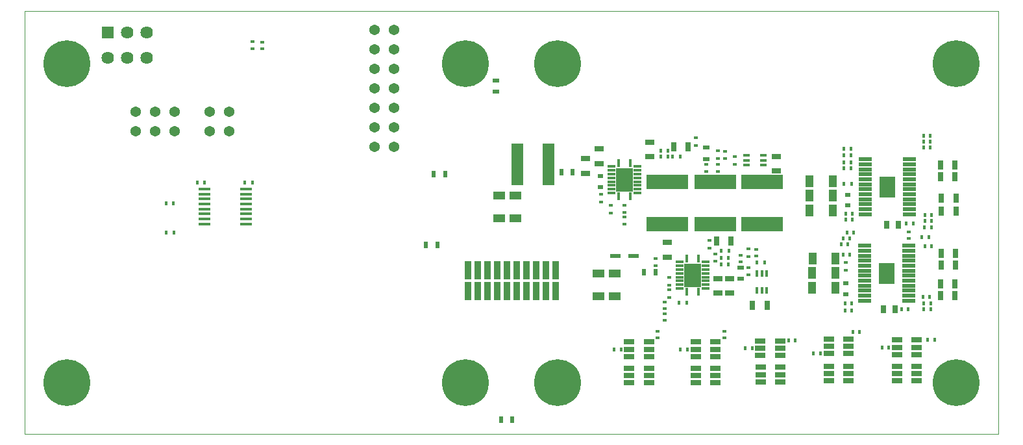
<source format=gts>
G04*
G04 #@! TF.GenerationSoftware,Altium Limited,Altium Designer,19.1.5 (86)*
G04*
G04 Layer_Color=8388736*
%FSLAX44Y44*%
%MOMM*%
G71*
G01*
G75*
%ADD17C,0.1000*%
%ADD18R,0.6000X0.4000*%
%ADD20R,0.4000X0.6000*%
%ADD24R,0.4500X0.6000*%
%ADD26R,0.6000X0.4500*%
%ADD27R,0.8000X0.6000*%
%ADD28R,1.0000X1.6000*%
%ADD29R,0.7000X1.3000*%
%ADD33R,0.5000X0.9000*%
%ADD34R,1.3000X0.7000*%
%ADD35R,1.3000X0.8000*%
%ADD36R,0.9000X0.5000*%
%ADD39R,1.3716X0.5080*%
%ADD41R,1.6000X1.0000*%
%ADD44R,1.3716X0.6604*%
%ADD45R,1.0016X0.3616*%
%ADD46R,0.3616X1.0016*%
%ADD47R,2.1716X3.1716*%
%ADD48R,1.5016X0.4516*%
%ADD49R,0.8016X1.0016*%
%ADD50R,2.1266X2.7816*%
%ADD51R,1.6716X0.5116*%
%ADD52R,0.4516X0.9516*%
%ADD53R,5.5116X1.9816*%
%ADD54R,1.5240X5.5118*%
%ADD55R,0.9516X0.4516*%
%ADD56R,0.8382X2.3368*%
%ADD57C,6.1016*%
%ADD58C,1.3716*%
%ADD59C,1.6256*%
%ADD60R,1.6256X1.6256*%
D17*
X1270000D01*
Y551180D01*
X0D02*
X1270000D01*
X0Y0D02*
Y551180D01*
D18*
X825500Y125040D02*
D03*
Y134040D02*
D03*
X912320Y125040D02*
D03*
Y134040D02*
D03*
X1153160Y263580D02*
D03*
Y254580D02*
D03*
X834390Y172140D02*
D03*
Y163140D02*
D03*
X782320Y282630D02*
D03*
Y273630D02*
D03*
Y297870D02*
D03*
Y288870D02*
D03*
X900430Y234370D02*
D03*
Y225370D02*
D03*
X933450Y233100D02*
D03*
Y224100D02*
D03*
X943610Y216590D02*
D03*
Y207590D02*
D03*
X953770Y240720D02*
D03*
Y231720D02*
D03*
X834390Y147900D02*
D03*
Y156900D02*
D03*
X904240Y351210D02*
D03*
Y342210D02*
D03*
X913130Y368410D02*
D03*
Y359410D02*
D03*
X889000Y351210D02*
D03*
Y342210D02*
D03*
X822960Y219710D02*
D03*
Y228710D02*
D03*
X309880Y510862D02*
D03*
Y501862D02*
D03*
X297180Y502442D02*
D03*
Y511442D02*
D03*
D20*
X949070Y111760D02*
D03*
X940070D02*
D03*
X1005260Y121920D02*
D03*
X996260D02*
D03*
X1127180Y113030D02*
D03*
X1118180D02*
D03*
X1177870Y123190D02*
D03*
X1186870D02*
D03*
X777620Y110490D02*
D03*
X768620D02*
D03*
X1080080Y133350D02*
D03*
X1089080D02*
D03*
X225370Y327660D02*
D03*
X234370D02*
D03*
X864440Y110490D02*
D03*
X855440D02*
D03*
X1037590Y105410D02*
D03*
X1028590D02*
D03*
X1181790Y162560D02*
D03*
X1172790D02*
D03*
X1181790Y170180D02*
D03*
X1172790D02*
D03*
X1152580Y162560D02*
D03*
X1143580D02*
D03*
X1179250Y256540D02*
D03*
X1170250D02*
D03*
X1069920Y170180D02*
D03*
X1078920D02*
D03*
Y161290D02*
D03*
X1069920D02*
D03*
X1076289Y234050D02*
D03*
X1067289D02*
D03*
X1073840Y247650D02*
D03*
X1064840D02*
D03*
X1180520Y179070D02*
D03*
X1171520D02*
D03*
X1183060Y245110D02*
D03*
X1174060D02*
D03*
X1067380Y255270D02*
D03*
X1076380D02*
D03*
X1072460Y262890D02*
D03*
X1081460D02*
D03*
X1182480Y269240D02*
D03*
X1173480D02*
D03*
X1181210Y388620D02*
D03*
X1172210D02*
D03*
X1077650Y346710D02*
D03*
X1068650D02*
D03*
Y363220D02*
D03*
X1077650D02*
D03*
X1159080Y274320D02*
D03*
X1150080D02*
D03*
X1181210Y381000D02*
D03*
X1172210D02*
D03*
X1183060Y278130D02*
D03*
X1174060D02*
D03*
X1183060Y285750D02*
D03*
X1174060D02*
D03*
X1070650Y287020D02*
D03*
X1079650D02*
D03*
X1077650Y354330D02*
D03*
X1068650D02*
D03*
Y372110D02*
D03*
X1077650D02*
D03*
X1181210Y373380D02*
D03*
X1172210D02*
D03*
X1079650Y279400D02*
D03*
X1070650D02*
D03*
X917630Y229870D02*
D03*
X908630D02*
D03*
X838890Y361950D02*
D03*
X829890D02*
D03*
X838890Y369570D02*
D03*
X829890D02*
D03*
X908630Y220980D02*
D03*
X917630D02*
D03*
D24*
X184230Y262890D02*
D03*
X194230D02*
D03*
X194150Y300990D02*
D03*
X184150D02*
D03*
X287100Y327660D02*
D03*
X297100D02*
D03*
X1078300Y326390D02*
D03*
X1068300D02*
D03*
X863520Y171450D02*
D03*
X853520D02*
D03*
X918130Y238760D02*
D03*
X908130D02*
D03*
X955120Y223520D02*
D03*
X965120D02*
D03*
X844630Y361950D02*
D03*
X854630D02*
D03*
D26*
X1070610Y213520D02*
D03*
Y223520D02*
D03*
X875030Y376000D02*
D03*
Y386000D02*
D03*
X892810Y252650D02*
D03*
Y242650D02*
D03*
X943610Y231220D02*
D03*
Y241220D02*
D03*
X840740Y177880D02*
D03*
Y187880D02*
D03*
Y194390D02*
D03*
Y204390D02*
D03*
X925830Y361870D02*
D03*
Y351870D02*
D03*
X764540Y288370D02*
D03*
Y298370D02*
D03*
X751840Y312340D02*
D03*
Y302340D02*
D03*
X904240Y358910D02*
D03*
Y368910D02*
D03*
D27*
X1070610Y182230D02*
D03*
Y196230D02*
D03*
X1073300Y297800D02*
D03*
Y311800D02*
D03*
X750570Y321930D02*
D03*
Y335930D02*
D03*
D28*
X1027125Y190910D02*
D03*
X1057125D02*
D03*
X1027125Y209960D02*
D03*
X1057125D02*
D03*
X1027670Y228600D02*
D03*
X1057670D02*
D03*
X1023900Y291660D02*
D03*
X1053900D02*
D03*
X1023900Y310710D02*
D03*
X1053900D02*
D03*
X1023900Y329760D02*
D03*
X1053900D02*
D03*
D29*
X1213460Y180340D02*
D03*
X1194460D02*
D03*
X1213460Y195580D02*
D03*
X1194460D02*
D03*
X1214025Y220080D02*
D03*
X1195025D02*
D03*
X1214025Y235320D02*
D03*
X1195025D02*
D03*
X1214730Y307340D02*
D03*
X1195730D02*
D03*
X1214730Y290830D02*
D03*
X1195730D02*
D03*
X1213460Y350520D02*
D03*
X1194460D02*
D03*
X1213460Y335280D02*
D03*
X1194460D02*
D03*
X949350Y167640D02*
D03*
X968350D02*
D03*
X902360Y251460D02*
D03*
X921360D02*
D03*
X865480Y374650D02*
D03*
X846480D02*
D03*
D33*
X621150Y19050D02*
D03*
X636150D02*
D03*
X533520Y339090D02*
D03*
X548520D02*
D03*
X523360Y246380D02*
D03*
X538360D02*
D03*
X822840Y210820D02*
D03*
X807840D02*
D03*
X699890Y341630D02*
D03*
X714890D02*
D03*
D34*
X980440Y361950D02*
D03*
Y342950D02*
D03*
X815340Y380340D02*
D03*
Y361340D02*
D03*
X731520Y358750D02*
D03*
Y339750D02*
D03*
D35*
X904240Y202540D02*
D03*
Y183540D02*
D03*
X838200Y249530D02*
D03*
Y230530D02*
D03*
X749300Y371450D02*
D03*
Y352450D02*
D03*
X919480Y183540D02*
D03*
Y202540D02*
D03*
D36*
X933450Y217050D02*
D03*
Y202050D02*
D03*
X889000Y373260D02*
D03*
Y358260D02*
D03*
X614680Y445890D02*
D03*
Y460890D02*
D03*
D39*
X794258Y232410D02*
D03*
X770382D02*
D03*
D41*
X640080Y280910D02*
D03*
Y310910D02*
D03*
X618490Y280910D02*
D03*
Y310910D02*
D03*
X769620Y179310D02*
D03*
Y209310D02*
D03*
X748030Y179310D02*
D03*
Y209310D02*
D03*
D44*
X959556Y102362D02*
D03*
Y111760D02*
D03*
Y121158D02*
D03*
X985464D02*
D03*
Y111760D02*
D03*
Y102362D02*
D03*
X788106Y101092D02*
D03*
Y110490D02*
D03*
Y119888D02*
D03*
X814014D02*
D03*
Y110490D02*
D03*
Y101092D02*
D03*
X1137666Y103632D02*
D03*
Y113030D02*
D03*
Y122428D02*
D03*
X1163574D02*
D03*
Y113030D02*
D03*
Y103632D02*
D03*
X874926Y101092D02*
D03*
Y110490D02*
D03*
Y119888D02*
D03*
X900834D02*
D03*
Y110490D02*
D03*
Y101092D02*
D03*
X1048766Y104902D02*
D03*
Y114300D02*
D03*
Y123698D02*
D03*
X1074674D02*
D03*
Y114300D02*
D03*
Y104902D02*
D03*
X959866Y68072D02*
D03*
Y77470D02*
D03*
Y86868D02*
D03*
X985774D02*
D03*
Y77470D02*
D03*
Y68072D02*
D03*
X788106Y66802D02*
D03*
Y76200D02*
D03*
Y85598D02*
D03*
X814014D02*
D03*
Y76200D02*
D03*
Y66802D02*
D03*
X1048766Y69342D02*
D03*
Y78740D02*
D03*
Y88138D02*
D03*
X1074674D02*
D03*
Y78740D02*
D03*
Y69342D02*
D03*
X1137666D02*
D03*
Y78740D02*
D03*
Y88138D02*
D03*
X1163574D02*
D03*
Y78740D02*
D03*
Y69342D02*
D03*
X874926Y66802D02*
D03*
Y76200D02*
D03*
Y85598D02*
D03*
X900834D02*
D03*
Y76200D02*
D03*
Y66802D02*
D03*
D45*
X765470Y313970D02*
D03*
X799170Y348970D02*
D03*
X765470D02*
D03*
Y343970D02*
D03*
Y338970D02*
D03*
Y333970D02*
D03*
Y328970D02*
D03*
Y323970D02*
D03*
Y318970D02*
D03*
X799170Y313970D02*
D03*
Y318970D02*
D03*
Y323970D02*
D03*
Y328970D02*
D03*
Y333970D02*
D03*
Y338970D02*
D03*
Y343970D02*
D03*
X854370Y189510D02*
D03*
X888070Y224510D02*
D03*
X854370D02*
D03*
Y219510D02*
D03*
Y214510D02*
D03*
Y209510D02*
D03*
Y204510D02*
D03*
Y199510D02*
D03*
Y194510D02*
D03*
X888070Y189510D02*
D03*
Y194510D02*
D03*
Y199510D02*
D03*
Y204510D02*
D03*
Y209510D02*
D03*
Y214510D02*
D03*
Y219510D02*
D03*
D46*
X774820Y309620D02*
D03*
X789820Y353320D02*
D03*
X774820D02*
D03*
X789820Y309620D02*
D03*
X863720Y185160D02*
D03*
X878720Y228860D02*
D03*
X863720D02*
D03*
X878720Y185160D02*
D03*
D47*
X782320Y331470D02*
D03*
X871220Y207010D02*
D03*
D48*
X288290Y273870D02*
D03*
Y280370D02*
D03*
Y286870D02*
D03*
Y293370D02*
D03*
Y299870D02*
D03*
Y306370D02*
D03*
Y312870D02*
D03*
Y319370D02*
D03*
X234290Y273870D02*
D03*
Y280370D02*
D03*
Y286870D02*
D03*
Y293370D02*
D03*
Y299870D02*
D03*
Y306370D02*
D03*
Y312870D02*
D03*
Y319370D02*
D03*
D49*
X1135140Y162560D02*
D03*
X1120140D02*
D03*
X1139220Y273050D02*
D03*
X1124220D02*
D03*
D50*
X1123950Y209550D02*
D03*
X1125110Y322140D02*
D03*
D51*
X1095250Y173800D02*
D03*
Y180300D02*
D03*
Y186800D02*
D03*
Y193300D02*
D03*
Y199800D02*
D03*
Y206300D02*
D03*
Y212800D02*
D03*
Y219300D02*
D03*
Y225800D02*
D03*
Y232300D02*
D03*
Y238800D02*
D03*
Y245300D02*
D03*
X1152650D02*
D03*
Y238800D02*
D03*
Y232300D02*
D03*
Y225800D02*
D03*
Y219300D02*
D03*
Y212800D02*
D03*
Y206300D02*
D03*
Y199800D02*
D03*
Y193300D02*
D03*
Y186800D02*
D03*
Y180300D02*
D03*
Y173800D02*
D03*
X1096410Y286390D02*
D03*
Y292890D02*
D03*
Y299390D02*
D03*
Y305890D02*
D03*
Y312390D02*
D03*
Y318890D02*
D03*
Y325390D02*
D03*
Y331890D02*
D03*
Y338390D02*
D03*
Y344890D02*
D03*
Y351390D02*
D03*
Y357890D02*
D03*
X1153810D02*
D03*
Y351390D02*
D03*
Y344890D02*
D03*
Y338390D02*
D03*
Y331890D02*
D03*
Y325390D02*
D03*
Y318890D02*
D03*
Y312390D02*
D03*
Y305890D02*
D03*
Y299390D02*
D03*
Y292890D02*
D03*
Y286390D02*
D03*
D52*
X967890Y209120D02*
D03*
X961390D02*
D03*
X954890D02*
D03*
Y187120D02*
D03*
X961390D02*
D03*
X967890D02*
D03*
D53*
X961390Y328370D02*
D03*
Y273610D02*
D03*
X900430Y328370D02*
D03*
Y273610D02*
D03*
X838200Y328370D02*
D03*
Y273610D02*
D03*
D54*
X642747Y351790D02*
D03*
X683133D02*
D03*
D55*
X941070Y363370D02*
D03*
Y356870D02*
D03*
Y350370D02*
D03*
X963070D02*
D03*
Y356870D02*
D03*
Y363370D02*
D03*
D56*
X615950Y186411D02*
D03*
Y213589D02*
D03*
X603250Y186411D02*
D03*
Y213589D02*
D03*
X590550Y186411D02*
D03*
Y213589D02*
D03*
X577850Y186411D02*
D03*
Y213589D02*
D03*
X628650D02*
D03*
Y186411D02*
D03*
X641350Y213589D02*
D03*
Y186411D02*
D03*
X654050Y213589D02*
D03*
Y186411D02*
D03*
X666750Y213589D02*
D03*
Y186411D02*
D03*
X679450Y213589D02*
D03*
Y186411D02*
D03*
X692150Y213589D02*
D03*
Y186411D02*
D03*
D57*
X1214610Y482310D02*
D03*
Y67310D02*
D03*
X694610D02*
D03*
X574610Y67310D02*
D03*
X694610Y482310D02*
D03*
X574610D02*
D03*
X54610D02*
D03*
Y67310D02*
D03*
D58*
X455930Y476250D02*
D03*
X481330D02*
D03*
X455930Y501650D02*
D03*
X481330D02*
D03*
X455930Y527050D02*
D03*
X481330D02*
D03*
Y450850D02*
D03*
X455930D02*
D03*
X481330Y425450D02*
D03*
X455930D02*
D03*
X481330Y400050D02*
D03*
X455930D02*
D03*
Y374650D02*
D03*
X481330D02*
D03*
X266700Y420370D02*
D03*
Y394970D02*
D03*
X241300Y420370D02*
D03*
Y394970D02*
D03*
X195580Y420370D02*
D03*
Y394970D02*
D03*
X170180Y420370D02*
D03*
Y394970D02*
D03*
X144780Y420370D02*
D03*
Y394970D02*
D03*
D59*
X158750Y490220D02*
D03*
X133350D02*
D03*
X107950D02*
D03*
X158750Y523240D02*
D03*
X133350D02*
D03*
D60*
X107950D02*
D03*
M02*

</source>
